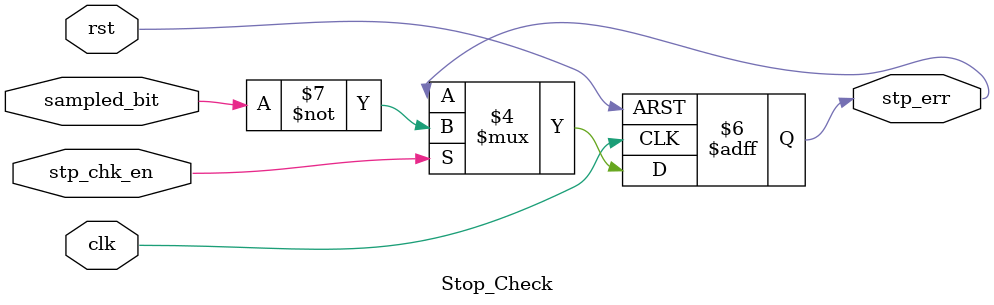
<source format=v>
module Stop_Check (
    input wire       clk            ,
    input wire       rst            ,
    input wire       sampled_bit    ,
    input wire       stp_chk_en     ,
    output reg       stp_err        
);
always @(posedge clk or negedge rst ) begin
    if (!rst) begin
        stp_err<='b0;
    end
    else if (stp_chk_en) begin
        stp_err<=sampled_bit^1'b1;
    end
end
    
endmodule
</source>
